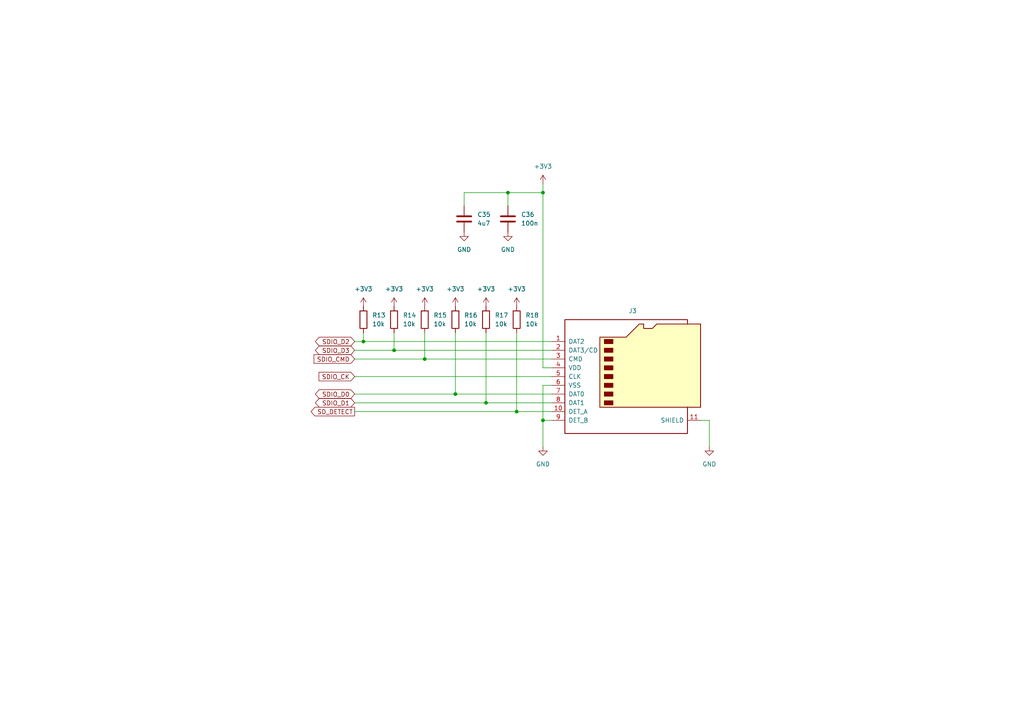
<source format=kicad_sch>
(kicad_sch (version 20230121) (generator eeschema)
  (paper "A4")
  (title_block (title "SD") (date "2023-02-25") (rev "1.0") (company "Frank Plowman"))
  (lib_symbols
    (symbol "Connector:Micro_SD_Card_Det" (pin_names (offset 1.016))
      (property "Reference" "J" (at -16.51 17.78 0))
      (property "Value" "Micro_SD_Card_Det" (at 16.51 17.78 0))
      (symbol "Micro_SD_Card_Det_0_1"
        (rectangle (start -7.62 -6.985) (end -5.08 -8.255) (fill (type outline)))
        (rectangle (start -7.62 -4.445) (end -5.08 -5.715) (fill (type outline)))
        (rectangle (start -7.62 -1.905) (end -5.08 -3.175) (fill (type outline)))
        (rectangle (start -7.62 0.635) (end -5.08 -0.635) (fill (type outline)))
        (rectangle (start -7.62 3.175) (end -5.08 1.905) (fill (type outline)))
        (rectangle (start -7.62 5.715) (end -5.08 4.445) (fill (type outline)))
        (rectangle (start -7.62 8.255) (end -5.08 6.985) (fill (type outline)))
        (rectangle (start -7.62 10.795) (end -5.08 9.525) (fill (type outline)))
        (polyline (pts (xy 16.51 15.24) (xy 16.51 16.51) (xy -19.05 16.51) (xy -19.05 -16.51) (xy 16.51 -16.51) (xy 16.51 -8.89)) (stroke (width 0.254)))
        (polyline (pts (xy -8.89 -8.89) (xy -8.89 11.43) (xy -1.27 11.43) (xy 2.54 15.24) (xy 3.81 15.24) (xy 3.81 13.97) (xy 6.35 13.97) (xy 7.62 15.24) (xy 20.32 15.24) (xy 20.32 -8.89) (xy -8.89 -8.89)) (stroke (width 0.254)) (fill (type background)))
      )
      (symbol "Micro_SD_Card_Det_1_1"
        (pin bidirectional line (at -22.86 10.16 0) (length 3.81) (name "DAT2") (number "1"))
        (pin passive line (at -22.86 -10.16 0) (length 3.81) (name "DET_A") (number "10"))
        (pin passive line (at 20.32 -12.7 180) (length 3.81) (name "SHIELD") (number "11"))
        (pin bidirectional line (at -22.86 7.62 0) (length 3.81) (name "DAT3/CD") (number "2"))
        (pin input line (at -22.86 5.08 0) (length 3.81) (name "CMD") (number "3"))
        (pin power_in line (at -22.86 2.54 0) (length 3.81) (name "VDD") (number "4"))
        (pin input line (at -22.86 0 0) (length 3.81) (name "CLK") (number "5"))
        (pin power_in line (at -22.86 -2.54 0) (length 3.81) (name "VSS") (number "6"))
        (pin bidirectional line (at -22.86 -5.08 0) (length 3.81) (name "DAT0") (number "7"))
        (pin bidirectional line (at -22.86 -7.62 0) (length 3.81) (name "DAT1") (number "8"))
        (pin passive line (at -22.86 -12.7 0) (length 3.81) (name "DET_B") (number "9"))
      )
    )
    (symbol "Device:C" (pin_numbers hide) (pin_names (offset 0.254))
      (property "Reference" "C" (at 0.635 2.54 0))
      (property "Value" "C" (at 0.635 -2.54 0))
      (symbol "C_0_1"
        (polyline (pts (xy -2.032 -0.762) (xy 2.032 -0.762)) (stroke (width 0.508)))
        (polyline (pts (xy -2.032 0.762) (xy 2.032 0.762)) (stroke (width 0.508)))
      )
      (symbol "C_1_1"
        (pin passive line (at 0 3.81 270) (length 2.794) (name "~") (number "1"))
        (pin passive line (at 0 -3.81 90) (length 2.794) (name "~") (number "2"))
      )
    )
    (symbol "Device:R" (pin_numbers hide) (pin_names (offset 0))
      (property "Reference" "R" (at 2.032 0 90))
      (property "Value" "R" (at 0 0 90))
      (symbol "R_0_1"
        (rectangle (start -1.016 -2.54) (end 1.016 2.54) (stroke (width 0.254)))
      )
      (symbol "R_1_1"
        (pin passive line (at 0 3.81 270) (length 1.27) (name "~") (number "1"))
        (pin passive line (at 0 -3.81 90) (length 1.27) (name "~") (number "2"))
      )
    )
    (symbol "power:+3V3" (power) (pin_names (offset 0))
      (property "Value" "+3V3" (at 0 3.556 0))
      (symbol "+3V3_0_1"
        (polyline (pts (xy -0.762 1.27) (xy 0 2.54)))
        (polyline (pts (xy 0 0) (xy 0 2.54)))
        (polyline (pts (xy 0 2.54) (xy 0.762 1.27)))
      )
      (symbol "+3V3_1_1"
        (pin power_in line (at 0 0 90) (length 0) hide (name "+3V3") (number "1"))
      )
    )
    (symbol "power:GND" (power) (pin_names (offset 0))
      (property "Value" "GND" (at 0 -3.81 0))
      (symbol "GND_0_1"
        (polyline (pts (xy 0 0) (xy 0 -1.27) (xy 1.27 -1.27) (xy 0 -2.54) (xy -1.27 -1.27) (xy 0 -1.27)))
      )
      (symbol "GND_1_1"
        (pin power_in line (at 0 0 270) (length 0) hide (name "GND") (number "1"))
      )
    )
  )
  (junction (at 149.86 119.38))
  (junction (at 132.08 114.3))
  (junction (at 105.41 99.06))
  (junction (at 147.32 55.88))
  (junction (at 114.3 101.6))
  (junction (at 157.48 55.88))
  (junction (at 157.48 121.92))
  (junction (at 123.19 104.14))
  (junction (at 140.97 116.84))
  (wire (pts (xy 149.86 119.38) (xy 160.02 119.38)))
  (wire (pts (xy 157.48 121.92) (xy 160.02 121.92)))
  (wire (pts (xy 157.48 106.68) (xy 157.48 55.88)))
  (wire (pts (xy 102.87 101.6) (xy 114.3 101.6)))
  (wire (pts (xy 157.48 55.88) (xy 157.48 53.34)))
  (wire (pts (xy 105.41 96.52) (xy 105.41 99.06)))
  (wire (pts (xy 102.87 109.22) (xy 160.02 109.22)))
  (wire (pts (xy 102.87 99.06) (xy 105.41 99.06)))
  (wire (pts (xy 149.86 96.52) (xy 149.86 119.38)))
  (wire (pts (xy 160.02 106.68) (xy 157.48 106.68)))
  (wire (pts (xy 123.19 96.52) (xy 123.19 104.14)))
  (wire (pts (xy 160.02 111.76) (xy 157.48 111.76)))
  (wire (pts (xy 147.32 55.88) (xy 157.48 55.88)))
  (wire (pts (xy 147.32 59.69) (xy 147.32 55.88)))
  (wire (pts (xy 203.2 121.92) (xy 205.74 121.92)))
  (wire (pts (xy 205.74 121.92) (xy 205.74 129.54)))
  (wire (pts (xy 140.97 116.84) (xy 160.02 116.84)))
  (wire (pts (xy 105.41 99.06) (xy 160.02 99.06)))
  (wire (pts (xy 102.87 116.84) (xy 140.97 116.84)))
  (wire (pts (xy 132.08 96.52) (xy 132.08 114.3)))
  (wire (pts (xy 157.48 111.76) (xy 157.48 121.92)))
  (wire (pts (xy 123.19 104.14) (xy 160.02 104.14)))
  (wire (pts (xy 102.87 114.3) (xy 132.08 114.3)))
  (wire (pts (xy 140.97 96.52) (xy 140.97 116.84)))
  (wire (pts (xy 114.3 96.52) (xy 114.3 101.6)))
  (wire (pts (xy 102.87 104.14) (xy 123.19 104.14)))
  (wire (pts (xy 134.62 55.88) (xy 147.32 55.88)))
  (wire (pts (xy 134.62 59.69) (xy 134.62 55.88)))
  (wire (pts (xy 132.08 114.3) (xy 160.02 114.3)))
  (wire (pts (xy 157.48 121.92) (xy 157.48 129.54)))
  (wire (pts (xy 114.3 101.6) (xy 160.02 101.6)))
  (wire (pts (xy 102.87 119.38) (xy 149.86 119.38)))
  (global_label "SDIO_D0" (shape bidirectional) (at 102.87 114.3 180) (property "Intersheetrefs" "${INTERSHEET_REFS}" (effects hide)))
  (global_label "SDIO_D2" (shape bidirectional) (at 102.87 99.06 180) (property "Intersheetrefs" "${INTERSHEET_REFS}" (effects hide)))
  (global_label "SDIO_CMD" (shape input) (at 102.87 104.14 180) (property "Intersheetrefs" "${INTERSHEET_REFS}" (effects hide)))
  (global_label "SDIO_D3" (shape bidirectional) (at 102.87 101.6 180) (property "Intersheetrefs" "${INTERSHEET_REFS}" (effects hide)))
  (global_label "SDIO_CK" (shape input) (at 102.87 109.22 180) (property "Intersheetrefs" "${INTERSHEET_REFS}" (effects hide)))
  (global_label "SD_DETECT" (shape output) (at 102.87 119.38 180) (property "Intersheetrefs" "${INTERSHEET_REFS}" (effects hide)))
  (global_label "SDIO_D1" (shape bidirectional) (at 102.87 116.84 180) (property "Intersheetrefs" "${INTERSHEET_REFS}" (effects hide)))
  (symbol (lib_id "power:+3V3") (at 140.97 88.9 0) (unit 1)
    (property "Reference" "#PWR060" (effects hide))
    (property "Value" "+3V3" (at 140.97 83.82 0))
  )
  (symbol (lib_id "power:GND") (at 147.32 67.31 0) (unit 1)
    (property "Reference" "#PWR061" (effects hide))
    (property "Value" "GND" (at 147.32 72.39 0))
  )
  (symbol (lib_id "Device:R") (at 105.41 92.71 0) (unit 1)
    (property "Reference" "R13" (at 107.95 91.4399 0) (effects (justify left)))
    (property "Value" "10k" (at 107.95 93.9799 0) (effects (justify left)))
  )
  (symbol (lib_id "Device:R") (at 123.19 92.71 0) (unit 1)
    (property "Reference" "R15" (at 125.73 91.4399 0) (effects (justify left)))
    (property "Value" "10k" (at 125.73 93.9799 0) (effects (justify left)))
  )
  (symbol (lib_id "Device:R") (at 132.08 92.71 0) (unit 1)
    (property "Reference" "R16" (at 134.62 91.4399 0) (effects (justify left)))
    (property "Value" "10k" (at 134.62 93.9799 0) (effects (justify left)))
  )
  (symbol (lib_id "power:+3V3") (at 132.08 88.9 0) (unit 1)
    (property "Reference" "#PWR058" (effects hide))
    (property "Value" "+3V3" (at 132.08 83.82 0))
  )
  (symbol (lib_id "power:+3V3") (at 157.48 53.34 0) (unit 1)
    (property "Reference" "#PWR063" (effects hide))
    (property "Value" "+3V3" (at 157.48 48.26 0))
  )
  (symbol (lib_id "Device:C") (at 134.62 63.5 0) (unit 1)
    (property "Reference" "C35" (at 138.43 62.2299 0) (effects (justify left)))
    (property "Value" "4u7" (at 138.43 64.7699 0) (effects (justify left)))
  )
  (symbol (lib_id "Device:C") (at 147.32 63.5 0) (unit 1)
    (property "Reference" "C36" (at 151.13 62.2299 0) (effects (justify left)))
    (property "Value" "100n" (at 151.13 64.7699 0) (effects (justify left)))
  )
  (symbol (lib_id "power:GND") (at 157.48 129.54 0) (unit 1)
    (property "Reference" "#PWR064" (effects hide))
    (property "Value" "GND" (at 157.48 134.62 0))
  )
  (symbol (lib_id "Device:R") (at 114.3 92.71 0) (unit 1)
    (property "Reference" "R14" (at 116.84 91.4399 0) (effects (justify left)))
    (property "Value" "10k" (at 116.84 93.9799 0) (effects (justify left)))
  )
  (symbol (lib_id "power:+3V3") (at 105.41 88.9 0) (unit 1)
    (property "Reference" "#PWR055" (effects hide))
    (property "Value" "+3V3" (at 105.41 83.82 0))
  )
  (symbol (lib_id "power:GND") (at 205.74 129.54 0) (unit 1)
    (property "Reference" "#PWR065" (effects hide))
    (property "Value" "GND" (at 205.74 134.62 0))
  )
  (symbol (lib_id "Connector:Micro_SD_Card_Det") (at 182.88 109.22 0) (unit 1)
    (property "Reference" "J3" (at 183.515 90.17 0))
    (property "Value" "Micro_SD_Card_Det" (effects hide))
    (property "Datasheet" "https://www.hirose.com/product/en/download_file/key_name/DM3/category/Catalog/doc_file_id/49662/?file_category_id=4&item_id=195&is_series=1" (effects hide))
  )
  (symbol (lib_id "Device:R") (at 149.86 92.71 0) (unit 1)
    (property "Reference" "R18" (at 152.4 91.4399 0) (effects (justify left)))
    (property "Value" "10k" (at 152.4 93.9799 0) (effects (justify left)))
  )
  (symbol (lib_id "power:+3V3") (at 114.3 88.9 0) (unit 1)
    (property "Reference" "#PWR056" (effects hide))
    (property "Value" "+3V3" (at 114.3 83.82 0))
  )
  (symbol (lib_id "Device:R") (at 140.97 92.71 0) (unit 1)
    (property "Reference" "R17" (at 143.51 91.4399 0) (effects (justify left)))
    (property "Value" "10k" (at 143.51 93.9799 0) (effects (justify left)))
  )
  (symbol (lib_id "power:GND") (at 134.62 67.31 0) (unit 1)
    (property "Reference" "#PWR059" (effects hide))
    (property "Value" "GND" (at 134.62 72.39 0))
  )
  (symbol (lib_id "power:+3V3") (at 149.86 88.9 0) (unit 1)
    (property "Reference" "#PWR062" (effects hide))
    (property "Value" "+3V3" (at 149.86 83.82 0))
  )
  (symbol (lib_id "power:+3V3") (at 123.19 88.9 0) (unit 1)
    (property "Reference" "#PWR057" (effects hide))
    (property "Value" "+3V3" (at 123.19 83.82 0))
  )
)
</source>
